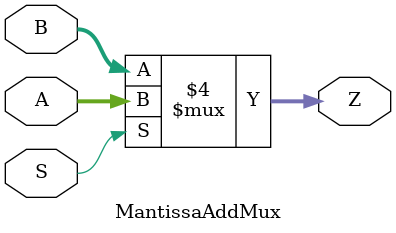
<source format=sv>
module MantissaAddMux
(
    input [9:0] A, B,
    input S,
    output [9:0] Z
);
    always_comb
    begin
        if (S == 1'b1)
            Z = A;
        else
            Z = B;
    end

endmodule

</source>
